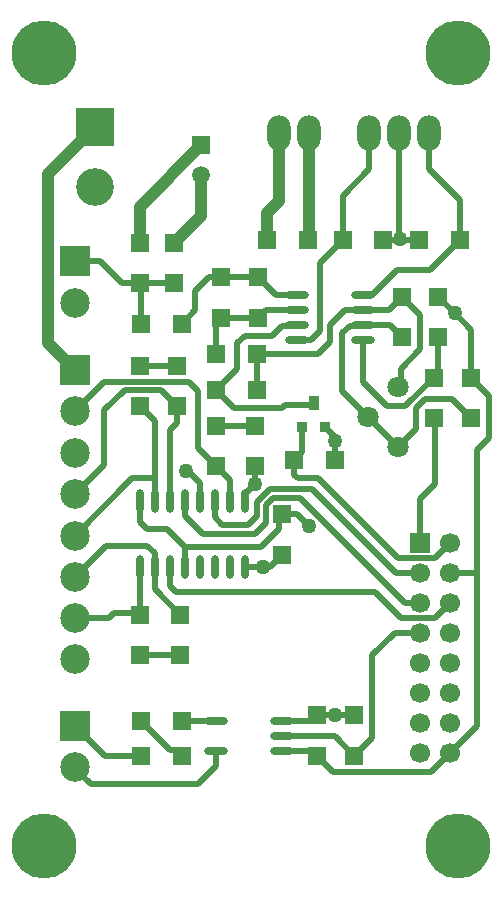
<source format=gbr>
%FSTAX23Y23*%
%MOIN*%
%SFA1B1*%

%IPPOS*%
%ADD10R,0.036000X0.050000*%
%ADD11R,0.036000X0.036000*%
%ADD12O,0.080000X0.024000*%
%ADD13O,0.024000X0.080000*%
%ADD14R,0.060000X0.060000*%
%ADD15R,0.060000X0.060000*%
%ADD16C,0.020000*%
%ADD17C,0.039370*%
%ADD18C,0.216535*%
%ADD19C,0.098425*%
%ADD20R,0.098425X0.098425*%
%ADD21O,0.078740X0.118110*%
%ADD22C,0.059055*%
%ADD23R,0.059055X0.059055*%
%ADD24C,0.125984*%
%ADD25R,0.125984X0.125984*%
%ADD26C,0.070866*%
%ADD27R,0.066929X0.066929*%
%ADD28C,0.066929*%
%ADD29C,0.050000*%
%LN+-10v_stepdir_colorlight_copper_signal_top-1*%
%LPD*%
G54D10*
X01035Y01594D03*
G54D11*
X01072Y01514D03*
X00997D03*
G54D12*
X0093Y00534D03*
Y00484D03*
Y00434D03*
X0071D03*
Y00534D03*
X0098Y01954D03*
Y01904D03*
Y01854D03*
Y01804D03*
X012D03*
Y01854D03*
Y01904D03*
Y01954D03*
G54D13*
X00805Y01269D03*
X00755D03*
X00705D03*
X00655D03*
X00605D03*
X00555D03*
X00505D03*
X00455D03*
Y01049D03*
X00505D03*
X00555D03*
X00605D03*
X00655D03*
X00705D03*
X00755D03*
X00805D03*
G54D14*
X00595Y00419D03*
X0046D03*
X01132Y02139D03*
X01267D03*
X01522D03*
X01387D03*
X01015D03*
X0088D03*
X00595Y01859D03*
X0046D03*
X0071Y01639D03*
X00845D03*
X0071Y01759D03*
X00845D03*
X0046Y00534D03*
X00595D03*
X01105Y01404D03*
X0097D03*
G54D15*
X00455Y02129D03*
Y01994D03*
X0057Y02129D03*
Y01994D03*
X00725Y01879D03*
Y02014D03*
X0133Y01814D03*
Y01949D03*
X0145D03*
Y01814D03*
X0071Y01384D03*
Y01519D03*
X0058Y01584D03*
Y01719D03*
X0059Y00754D03*
Y00889D03*
X0085Y01879D03*
Y02014D03*
X0156Y01679D03*
Y01544D03*
X01435D03*
Y01679D03*
X0084Y01384D03*
Y01519D03*
X00455Y01584D03*
Y01719D03*
Y00754D03*
Y00889D03*
X0117Y00419D03*
Y00554D03*
X0093Y01224D03*
Y01089D03*
X01045Y00554D03*
Y00419D03*
G54D16*
X01315Y01079D02*
X0144D01*
X0149Y01129*
X0105Y01344D02*
X01315Y01079D01*
X01325Y00879D02*
X0144D01*
X0124Y00964D02*
X01325Y00879D01*
X00575Y00964D02*
X0124D01*
X0048Y01174D02*
X00545D01*
X00605Y01114*
Y01049D02*
Y01114D01*
X00858D01*
X00605D02*
D01*
X00858D02*
X00919Y01176D01*
X01267Y02139D02*
X01387D01*
X01522D02*
Y02271D01*
X0142Y02374D02*
Y02494D01*
Y02374D02*
X01522Y02271D01*
X011Y00364D02*
X01425D01*
X01045Y00419D02*
X011Y00364D01*
X0117Y00419D02*
X0123Y00479D01*
Y00754*
X0071Y00384D02*
Y00434D01*
X00292Y00324D02*
X0065D01*
X0071Y00384*
X0024Y00519D02*
X0034Y00419D01*
X0046*
Y00534D02*
X00555Y00439D01*
X00575*
X00595Y00419*
Y00534D02*
X0071D01*
X00895Y01819D02*
X00929Y01853D01*
X00805Y01819D02*
X00895D01*
X0078Y01794D02*
X00805Y01819D01*
X0024Y00376D02*
X00292Y00324D01*
X01425Y00364D02*
X0149Y00429D01*
X0158Y01034D02*
Y01439D01*
Y00519D02*
Y01034D01*
X0149Y01029D02*
X01575D01*
X0158Y01034*
X0098Y01224D02*
X0102Y01184D01*
X0093Y01224D02*
X0098D01*
X00919Y01176D02*
Y01214D01*
X0093Y01224*
X00875Y01194D02*
Y01254D01*
X00665Y01159D02*
X0084D01*
X00875Y01194*
X01105Y01469D02*
Y01481D01*
Y01404D02*
Y01469D01*
X0024Y01153D02*
X0043Y01344D01*
X00505D02*
Y01534D01*
X0043Y01344D02*
X00505D01*
Y01269D02*
Y01344D01*
X00405Y01639D02*
X00525D01*
X00335Y0157D02*
X00405Y01639D01*
X00335Y01387D02*
Y0157D01*
X00337Y01664D02*
X0062D01*
X0024Y01567D02*
X00337Y01664D01*
X00525Y01639D02*
X0058Y01584D01*
X0062Y01664D02*
X0065Y01634D01*
X00455Y01199D02*
Y01269D01*
Y01199D02*
X0048Y01174D01*
X0024Y01291D02*
X00335Y01387D01*
X01107Y00554D02*
X0117D01*
X01045D02*
X01107D01*
X00865Y01049D02*
X0089D01*
X00805D02*
X00865D01*
X00615Y01369D02*
X00655Y01329D01*
X0061Y01369D02*
X00615D01*
X00655Y01269D02*
Y01329D01*
X0065Y01444D02*
Y01634D01*
Y01444D02*
X0071Y01384D01*
X00755Y01339*
X00555Y01269D02*
Y01504D01*
X0058Y01529*
Y01584*
X0156Y01679D02*
X0162Y01619D01*
Y01479D02*
Y01619D01*
X0158Y01439D02*
X0162Y01479D01*
X0149Y00429D02*
X0158Y00519D01*
X0123Y00754D02*
X01305Y00829D01*
X0139*
X00555Y00984D02*
X00575Y00964D01*
X00981Y01344D02*
X0105D01*
X0097Y01356D02*
Y01404D01*
Y01356D02*
X00981Y01344D01*
X009Y01279D02*
X0099D01*
X00875Y01254D02*
X009Y01279D01*
X00815Y01189D02*
X00845Y01219D01*
Y01264D02*
X0089Y01309D01*
X0073Y01189D02*
X00815D01*
X00845Y01219D02*
Y01264D01*
X0089Y01309D02*
X0103D01*
X0099Y01279D02*
X0134Y00929D01*
X00605Y01219D02*
Y01269D01*
Y01219D02*
X00665Y01159D01*
X00705Y01214D02*
Y01269D01*
Y01214D02*
X0073Y01189D01*
X0134Y00929D02*
X0139D01*
X0103Y01309D02*
X0131Y01029D01*
X0139*
X0144Y00879D02*
X0149Y00929D01*
X00555Y00984D02*
Y01049D01*
X01375Y01509D02*
Y01579D01*
X01315Y01449D02*
X01375Y01509D01*
Y01579D02*
X01405Y01609D01*
X01495*
X0156Y01544*
X01435D02*
X0144Y01539D01*
Y01324D02*
Y01539D01*
X0139Y01129D02*
Y01274D01*
X0144Y01324*
X01055Y01834D02*
Y02061D01*
X0098Y01805D02*
X01025D01*
X01055Y01834*
X0098Y01804D02*
X0098Y01805D01*
X0105Y01759D02*
X0109Y01799D01*
X00845Y01759D02*
X0105D01*
X0109Y01799D02*
Y01854D01*
X0114Y01904*
X01199Y01853D02*
X012Y01854D01*
X0113Y01634D02*
Y01829D01*
X01154Y01853*
X01199*
X0113Y01634D02*
X01215Y01549D01*
X01055Y02061D02*
X01132Y02139D01*
X0078Y01709D02*
Y01794D01*
X0071Y01639D02*
X0078Y01709D01*
X00929Y01853D02*
X00979D01*
X0098Y01854*
X0071Y01519D02*
X0084D01*
X00845Y01639D02*
Y01759D01*
X0071Y01639D02*
X0077Y01579D01*
X0093*
X0094Y01589*
X0132Y02146D02*
X01323Y02143D01*
X01505Y01894D02*
X0156Y01839D01*
X0145Y01949D02*
X01505Y01894D01*
X0134Y01584D02*
X01435Y01679D01*
X0128Y01584D02*
X0134D01*
X012Y01664D02*
Y01804D01*
Y01664D02*
X0128Y01584D01*
X00343Y01119D02*
X0048D01*
X0024Y01016D02*
X00343Y01119D01*
X00504Y0105D02*
X00505Y01049D01*
X0048Y01119D02*
X00504Y01095D01*
Y0105D02*
Y01095D01*
X00505Y00974D02*
Y01049D01*
X0045Y00894D02*
X00455Y00889D01*
X0037Y00894D02*
X0045D01*
X0024Y00878D02*
X00353D01*
X0037Y00894*
X0089Y01049D02*
X0093Y01089D01*
X00455Y00754D02*
X0059D01*
X00505Y00974D02*
X0059Y00889D01*
X00455D02*
Y01049D01*
Y01584D02*
X00505Y01534D01*
X00755Y01269D02*
Y01339D01*
X00805Y01296D02*
X00806Y01298D01*
X0084Y01324D02*
Y01384D01*
X00813Y01298D02*
X0084Y01324D01*
X00806Y01298D02*
X00813D01*
X00805Y01269D02*
Y01296D01*
X00455Y01719D02*
X0058D01*
X0024Y02067D02*
X00322D01*
X00395Y01994*
X00455*
X0046Y01989*
Y01859D02*
Y01989D01*
X00709Y00434D02*
X0071D01*
X00708Y00432D02*
X00709Y00434D01*
X0024Y00519D02*
X00245Y00524D01*
X0093Y00484D02*
X01105D01*
X0117Y00419*
X0093Y00434D02*
X0103D01*
X01045Y00419*
X0093Y00534D02*
X01025D01*
X01045Y00554*
X01072Y01514D02*
X01105Y01481D01*
X0097Y01404D02*
X00997Y01431D01*
Y01514*
X01215Y01549D02*
X01315Y01449D01*
X0145Y01694D02*
Y01814D01*
X01435Y01679D02*
X0145Y01694D01*
X0139Y01774D02*
Y01889D01*
X0133Y01949D02*
X0139Y01889D01*
X01324Y01709D02*
X0139Y01774D01*
X01315Y01649D02*
X01324Y01659D01*
Y01709*
X0114Y01904D02*
X012D01*
X0094Y01589D02*
X0103D01*
X01035Y01594*
X0071Y01864D02*
X00725Y01879D01*
X0071Y01759D02*
Y01864D01*
X00875Y01904D02*
X0098D01*
X0085Y01879D02*
X00875Y01904D01*
X0085Y02014D02*
X0091Y01954D01*
X0098*
X00725Y01879D02*
X0085D01*
X00685Y02014D02*
X00725D01*
X0064Y01969D02*
X00685Y02014D01*
X0064Y01904D02*
Y01969D01*
X00595Y01859D02*
X0064Y01904D01*
X00455Y01994D02*
X0057D01*
X00725Y02014D02*
X0085D01*
X01228Y01954D02*
X01313Y02039D01*
X012Y01954D02*
X01228D01*
X01313Y02039D02*
X01422D01*
X01522Y02139*
X012Y01854D02*
X0129D01*
X0133Y01814*
X012Y01904D02*
X01285D01*
X0133Y01949*
X0156Y01679D02*
Y01839D01*
X0132Y02146D02*
Y02494D01*
X0122Y02374D02*
Y02494D01*
X01132Y02286D02*
X0122Y02374D01*
X01132Y02139D02*
Y02286D01*
X01015Y02139D02*
X0102Y02144D01*
G54D17*
X0024Y00376D02*
Y00381D01*
X0015Y01795D02*
X0024Y01705D01*
X0015Y01795D02*
Y02359D01*
X00305Y02514*
X00455Y02129D02*
Y02249D01*
X0066Y02454*
Y02219D02*
Y02354D01*
X0057Y02129D02*
X0066Y02219D01*
X0102Y02144D02*
Y02494D01*
X0088Y02139D02*
Y02229D01*
X0092Y02269*
Y02494*
G54D18*
X01515Y00118D03*
X00137D03*
X01515Y0276D03*
X00137D03*
G54D19*
X0024Y0074D03*
Y00878D03*
Y01016D03*
Y01153D03*
Y01291D03*
Y01429D03*
Y01567D03*
Y01929D03*
Y00381D03*
G54D20*
X0024Y01705D03*
Y02067D03*
Y00519D03*
G54D21*
X0132Y02494D03*
X0142D03*
X0122D03*
X0102D03*
X0092D03*
G54D22*
X0066Y02354D03*
G54D23*
X0066Y02454D03*
G54D24*
X00305Y02314D03*
G54D25*
X00305Y02514D03*
G54D26*
X01315Y01449D03*
X01215Y01549D03*
X01315Y01649D03*
G54D27*
X0139Y01129D03*
G54D28*
X0149Y01129D03*
X0139Y01029D03*
X0149D03*
X0139Y00929D03*
X0149D03*
X0139Y00829D03*
X0149D03*
X0139Y00729D03*
X0149D03*
X0139Y00629D03*
X0149D03*
X0139Y00529D03*
X0149D03*
X0139Y00429D03*
X0149D03*
G54D29*
X0102Y01184D03*
X01105Y01469D03*
X01107Y00554D03*
X00865Y01049D03*
X0061Y01369D03*
X01505Y01894D03*
X01323Y02143D03*
X0084Y01324D03*
M02*
</source>
